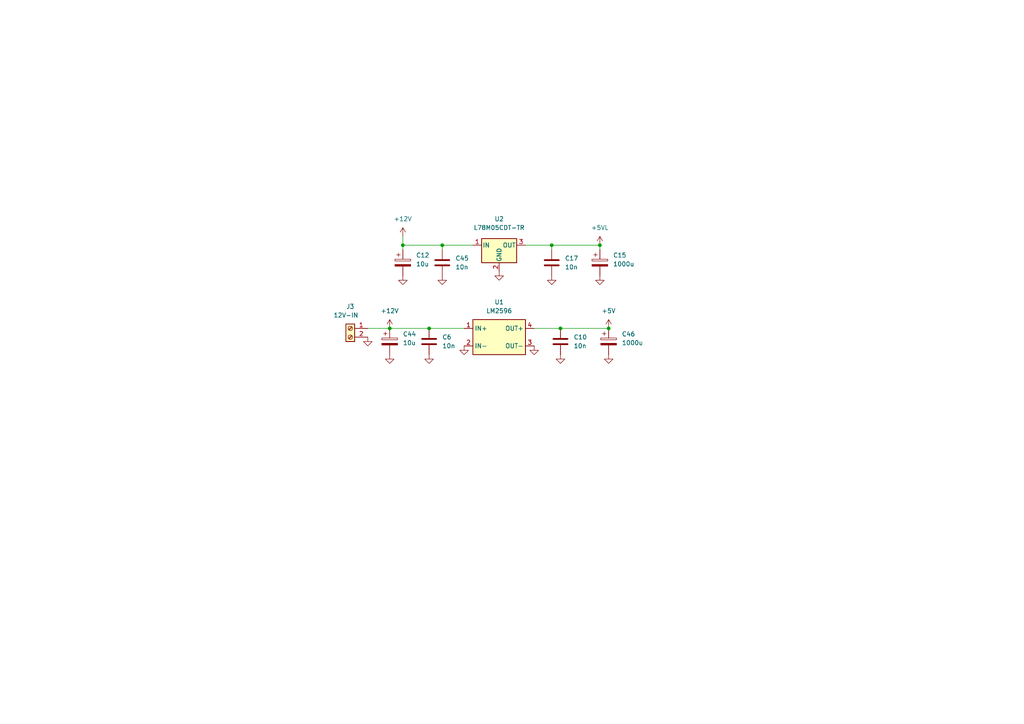
<source format=kicad_sch>
(kicad_sch (version 20230121) (generator eeschema)
  (paper "A4")
  (lib_symbols
    (symbol "Connector:Screw_Terminal_01x02" (pin_names (offset 1.016) hide)
      (property "Reference" "J" (at 0 2.54 0))
      (property "Value" "Screw_Terminal_01x02" (at 0 -5.08 0))
      (symbol "Screw_Terminal_01x02_1_1"
        (rectangle (start -1.27 1.27) (end 1.27 -3.81) (stroke (width 0.254)) (fill (type background)))
        (circle (center 0 -2.54) (radius 0.635) (stroke (width 0.1524)))
        (polyline (pts (xy -0.5334 -2.2098) (xy 0.3302 -3.048)) (stroke (width 0.1524)))
        (polyline (pts (xy -0.5334 0.3302) (xy 0.3302 -0.508)) (stroke (width 0.1524)))
        (polyline (pts (xy -0.3556 -2.032) (xy 0.508 -2.8702)) (stroke (width 0.1524)))
        (polyline (pts (xy -0.3556 0.508) (xy 0.508 -0.3302)) (stroke (width 0.1524)))
        (circle (center 0 0) (radius 0.635) (stroke (width 0.1524)))
        (pin passive line (at -5.08 0 0) (length 3.81) (name "Pin_1") (number "1"))
        (pin passive line (at -5.08 -2.54 0) (length 3.81) (name "Pin_2") (number "2"))
      )
    )
    (symbol "Device:C" (pin_numbers hide) (pin_names (offset 0.254))
      (property "Reference" "C" (at 0.635 2.54 0))
      (property "Value" "C" (at 0.635 -2.54 0))
      (symbol "C_0_1"
        (polyline (pts (xy -2.032 -0.762) (xy 2.032 -0.762)) (stroke (width 0.508)))
        (polyline (pts (xy -2.032 0.762) (xy 2.032 0.762)) (stroke (width 0.508)))
      )
      (symbol "C_1_1"
        (pin passive line (at 0 3.81 270) (length 2.794) (name "~") (number "1"))
        (pin passive line (at 0 -3.81 90) (length 2.794) (name "~") (number "2"))
      )
    )
    (symbol "Device:C_Polarized" (pin_numbers hide) (pin_names (offset 0.254))
      (property "Reference" "C" (at 0.635 2.54 0))
      (property "Value" "C_Polarized" (at 0.635 -2.54 0))
      (symbol "C_Polarized_0_1"
        (rectangle (start -2.286 0.508) (end 2.286 1.016))
        (polyline (pts (xy -1.778 2.286) (xy -0.762 2.286)))
        (polyline (pts (xy -1.27 2.794) (xy -1.27 1.778)))
        (rectangle (start 2.286 -0.508) (end -2.286 -1.016) (fill (type outline)))
      )
      (symbol "C_Polarized_1_1"
        (pin passive line (at 0 3.81 270) (length 2.794) (name "~") (number "1"))
        (pin passive line (at 0 -3.81 90) (length 2.794) (name "~") (number "2"))
      )
    )
    (symbol "Library:LM2596"
      (property "Reference" "U" (at -6.35 6.35 0))
      (property "Value" "LM2596" (at 3.81 6.35 0))
      (symbol "LM2596_0_1"
        (rectangle (start -7.62 5.08) (end 7.62 -5.08) (stroke (width 0.254)) (fill (type background)))
      )
      (symbol "LM2596_1_1"
        (pin power_in line (at -10.16 2.54 0) (length 2.54) (name "IN+") (number "1"))
        (pin passive line (at -10.16 -2.54 0) (length 2.54) (name "IN-") (number "2"))
        (pin passive line (at 10.16 -2.54 180) (length 2.54) (name "OUT-") (number "3"))
        (pin power_out line (at 10.16 2.54 180) (length 2.54) (name "OUT+") (number "4"))
      )
    )
    (symbol "Regulator_Linear:L7805" (pin_names (offset 0.254))
      (property "Reference" "U" (at -3.81 3.175 0))
      (property "Value" "L7805" (at 0 3.175 0))
      (symbol "L7805_0_1"
        (rectangle (start -5.08 1.905) (end 5.08 -5.08) (stroke (width 0.254)) (fill (type background)))
      )
      (symbol "L7805_1_1"
        (pin power_in line (at -7.62 0 0) (length 2.54) (name "IN") (number "1"))
        (pin power_in line (at 0 -7.62 90) (length 2.54) (name "GND") (number "2"))
        (pin power_out line (at 7.62 0 180) (length 2.54) (name "OUT") (number "3"))
      )
    )
    (symbol "power:+12V" (power) (pin_names (offset 0))
      (property "Value" "+12V" (at 0 3.556 0))
      (symbol "+12V_0_1"
        (polyline (pts (xy -0.762 1.27) (xy 0 2.54)))
        (polyline (pts (xy 0 0) (xy 0 2.54)))
        (polyline (pts (xy 0 2.54) (xy 0.762 1.27)))
      )
      (symbol "+12V_1_1"
        (pin power_in line (at 0 0 90) (length 0) hide (name "+12V") (number "1"))
      )
    )
    (symbol "power:+5V" (power) (pin_names (offset 0))
      (property "Value" "+5V" (at 0 3.556 0))
      (symbol "+5V_0_1"
        (polyline (pts (xy -0.762 1.27) (xy 0 2.54)))
        (polyline (pts (xy 0 0) (xy 0 2.54)))
        (polyline (pts (xy 0 2.54) (xy 0.762 1.27)))
      )
      (symbol "+5V_1_1"
        (pin power_in line (at 0 0 90) (length 0) hide (name "+5V") (number "1"))
      )
    )
    (symbol "power:+5VL" (power) (pin_names (offset 0))
      (property "Value" "+5VL" (at 0 3.556 0))
      (symbol "+5VL_0_1"
        (polyline (pts (xy -0.762 1.27) (xy 0 2.54)))
        (polyline (pts (xy 0 0) (xy 0 2.54)))
        (polyline (pts (xy 0 2.54) (xy 0.762 1.27)))
      )
      (symbol "+5VL_1_1"
        (pin power_in line (at 0 0 90) (length 0) hide (name "+5VL") (number "1"))
      )
    )
    (symbol "power:GND" (power) (pin_names (offset 0))
      (property "Value" "GND" (at 0 -3.81 0))
      (symbol "GND_0_1"
        (polyline (pts (xy 0 0) (xy 0 -1.27) (xy 1.27 -1.27) (xy 0 -2.54) (xy -1.27 -1.27) (xy 0 -1.27)))
      )
      (symbol "GND_1_1"
        (pin power_in line (at 0 0 270) (length 0) hide (name "GND") (number "1"))
      )
    )
  )
  (junction (at 160.02 71.12))
  (junction (at 173.99 71.12))
  (junction (at 113.03 95.25))
  (junction (at 124.46 95.25))
  (junction (at 162.56 95.25))
  (junction (at 176.53 95.25))
  (junction (at 116.84 71.12))
  (junction (at 128.27 71.12))
  (wire (pts (xy 124.46 95.25) (xy 134.62 95.25)))
  (wire (pts (xy 106.68 95.25) (xy 113.03 95.25)))
  (wire (pts (xy 160.02 71.12) (xy 173.99 71.12)))
  (wire (pts (xy 162.56 95.25) (xy 176.53 95.25)))
  (wire (pts (xy 154.94 95.25) (xy 162.56 95.25)))
  (wire (pts (xy 160.02 71.12) (xy 160.02 72.39)))
  (wire (pts (xy 173.99 72.39) (xy 173.99 71.12)))
  (wire (pts (xy 128.27 71.12) (xy 128.27 72.39)))
  (wire (pts (xy 116.84 71.12) (xy 116.84 72.39)))
  (wire (pts (xy 152.4 71.12) (xy 160.02 71.12)))
  (wire (pts (xy 113.03 95.25) (xy 124.46 95.25)))
  (wire (pts (xy 128.27 71.12) (xy 137.16 71.12)))
  (wire (pts (xy 116.84 71.12) (xy 128.27 71.12)))
  (wire (pts (xy 116.84 68.58) (xy 116.84 71.12)))
  (symbol (lib_id "Regulator_Linear:L7805") (at 144.78 71.12 0) (unit 1)
    (property "Reference" "U2" (at 144.78 63.5 0))
    (property "Value" "L78M05CDT-TR" (at 144.78 66.04 0))
    (property "Footprint" "Package_TO_SOT_SMD:TO-252-2" (effects hide))
    (property "Datasheet" "http://www.st.com/content/ccc/resource/technical/document/datasheet/41/4f/b3/b0/12/d4/47/88/CD00000444.pdf/files/CD00000444.pdf/jcr:content/translations/en.CD00000444.pdf" (effects hide))
  )
  (symbol (lib_id "Device:C") (at 124.46 99.06 0) (unit 1)
    (property "Reference" "C6" (at 128.27 97.7899 0) (effects (justify left)))
    (property "Value" "10n" (at 128.27 100.3299 0) (effects (justify left)))
    (property "Footprint" "Capacitor_SMD:C_1206_3216Metric" (effects hide))
  )
  (symbol (lib_id "power:GND") (at 173.99 80.01 0) (mirror y) (unit 1)
    (property "Reference" "#PWR043" (effects hide))
    (property "Value" "GND" (effects hide))
  )
  (symbol (lib_id "Device:C") (at 160.02 76.2 0) (unit 1)
    (property "Reference" "C17" (at 163.83 74.9299 0) (effects (justify left)))
    (property "Value" "10n" (at 163.83 77.4699 0) (effects (justify left)))
    (property "Footprint" "Capacitor_SMD:C_1206_3216Metric" (effects hide))
  )
  (symbol (lib_id "power:GND") (at 113.03 102.87 0) (mirror y) (unit 1)
    (property "Reference" "#PWR019" (effects hide))
    (property "Value" "GND" (effects hide))
  )
  (symbol (lib_id "Library:LM2596") (at 144.78 97.79 0) (unit 1)
    (property "Reference" "U1" (at 144.78 87.63 0))
    (property "Value" "LM2596" (at 144.78 90.17 0))
    (property "Footprint" "Library:LM2596" (effects hide))
    (property "Datasheet" "https://www.hklrf.com/LM2596-Adjustable-DCDC-Buck-Converter-Step-Down-Voltage-Regulator_4713.html" (effects hide))
  )
  (symbol (lib_id "Device:C_Polarized") (at 173.99 76.2 0) (unit 1)
    (property "Reference" "C15" (at 177.8 74.0409 0) (effects (justify left)))
    (property "Value" "1000u" (at 177.8 76.5809 0) (effects (justify left)))
    (property "Footprint" "Capacitor_THT:CP_Radial_D8.0mm_P5.00mm" (effects hide))
  )
  (symbol (lib_id "power:+5V") (at 176.53 95.25 0) (unit 1)
    (property "Reference" "#PWR045" (effects hide))
    (property "Value" "+5V" (at 176.53 90.17 0))
  )
  (symbol (lib_id "power:GND") (at 176.53 102.87 0) (mirror y) (unit 1)
    (property "Reference" "#PWR049" (effects hide))
    (property "Value" "GND" (effects hide))
  )
  (symbol (lib_id "power:GND") (at 116.84 80.01 0) (mirror y) (unit 1)
    (property "Reference" "#PWR023" (effects hide))
    (property "Value" "GND" (effects hide))
  )
  (symbol (lib_id "Connector:Screw_Terminal_01x02") (at 101.6 95.25 0) (mirror y) (unit 1)
    (property "Reference" "J3" (at 101.6 88.9 0))
    (property "Value" "12V-IN" (at 100.33 91.44 0))
    (property "Footprint" "TerminalBlock_Phoenix:TerminalBlock_Phoenix_MKDS-1,5-2-5.08_1x02_P5.08mm_Horizontal" (effects hide))
  )
  (symbol (lib_id "power:GND") (at 162.56 102.87 0) (mirror y) (unit 1)
    (property "Reference" "#PWR035" (effects hide))
    (property "Value" "GND" (effects hide))
  )
  (symbol (lib_id "Device:C_Polarized") (at 176.53 99.06 0) (unit 1)
    (property "Reference" "C46" (at 180.34 96.9009 0) (effects (justify left)))
    (property "Value" "1000u" (at 180.34 99.4409 0) (effects (justify left)))
    (property "Footprint" "Capacitor_THT:CP_Radial_D8.0mm_P5.00mm" (effects hide))
  )
  (symbol (lib_id "Device:C") (at 162.56 99.06 0) (unit 1)
    (property "Reference" "C10" (at 166.37 97.7899 0) (effects (justify left)))
    (property "Value" "10n" (at 166.37 100.3299 0) (effects (justify left)))
    (property "Footprint" "Capacitor_SMD:C_1206_3216Metric" (effects hide))
  )
  (symbol (lib_id "power:GND") (at 134.62 100.33 0) (mirror y) (unit 1)
    (property "Reference" "#PWR029" (effects hide))
    (property "Value" "GND" (effects hide))
  )
  (symbol (lib_id "power:+12V") (at 113.03 95.25 0) (unit 1)
    (property "Reference" "#PWR018" (effects hide))
    (property "Value" "+12V" (at 113.03 90.17 0))
  )
  (symbol (lib_id "Device:C_Polarized") (at 116.84 76.2 0) (unit 1)
    (property "Reference" "C12" (at 120.65 74.0409 0) (effects (justify left)))
    (property "Value" "10u" (at 120.65 76.5809 0) (effects (justify left)))
    (property "Footprint" "Capacitor_THT:CP_Radial_D4.0mm_P2.00mm" (effects hide))
  )
  (symbol (lib_id "power:+5VL") (at 173.99 71.12 0) (unit 1)
    (property "Reference" "#PWR042" (effects hide))
    (property "Value" "+5VL" (at 173.99 66.04 0))
  )
  (symbol (lib_id "power:GND") (at 160.02 80.01 0) (mirror y) (unit 1)
    (property "Reference" "#PWR034" (effects hide))
    (property "Value" "GND" (effects hide))
  )
  (symbol (lib_id "power:+12V") (at 116.84 68.58 0) (unit 1)
    (property "Reference" "#PWR021" (effects hide))
    (property "Value" "+12V" (at 116.84 63.5 0))
  )
  (symbol (lib_id "power:GND") (at 144.78 78.74 0) (mirror y) (unit 1)
    (property "Reference" "#PWR032" (effects hide))
    (property "Value" "GND" (effects hide))
  )
  (symbol (lib_id "power:GND") (at 106.68 97.79 0) (mirror y) (unit 1)
    (property "Reference" "#PWR015" (effects hide))
    (property "Value" "GND" (effects hide))
  )
  (symbol (lib_id "Device:C_Polarized") (at 113.03 99.06 0) (unit 1)
    (property "Reference" "C44" (at 116.84 96.9009 0) (effects (justify left)))
    (property "Value" "10u" (at 116.84 99.4409 0) (effects (justify left)))
    (property "Footprint" "Capacitor_THT:CP_Radial_D4.0mm_P2.00mm" (effects hide))
  )
  (symbol (lib_id "power:GND") (at 124.46 102.87 0) (mirror y) (unit 1)
    (property "Reference" "#PWR024" (effects hide))
    (property "Value" "GND" (effects hide))
  )
  (symbol (lib_id "power:GND") (at 128.27 80.01 0) (mirror y) (unit 1)
    (property "Reference" "#PWR025" (effects hide))
    (property "Value" "GND" (effects hide))
  )
  (symbol (lib_id "Device:C") (at 128.27 76.2 0) (unit 1)
    (property "Reference" "C45" (at 132.08 74.9299 0) (effects (justify left)))
    (property "Value" "10n" (at 132.08 77.4699 0) (effects (justify left)))
    (property "Footprint" "Capacitor_SMD:C_1206_3216Metric" (effects hide))
  )
  (symbol (lib_id "power:GND") (at 154.94 100.33 0) (mirror y) (unit 1)
    (property "Reference" "#PWR033" (effects hide))
    (property "Value" "GND" (effects hide))
  )
)
</source>
